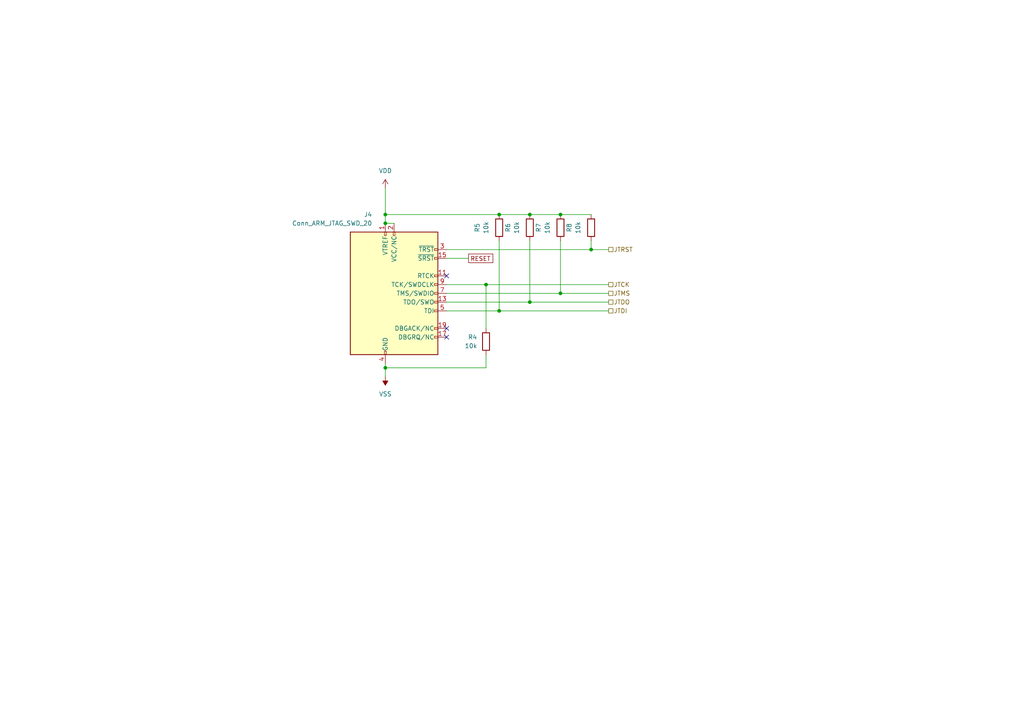
<source format=kicad_sch>
(kicad_sch (version 20211123) (generator eeschema)

  (uuid b1969181-c4df-4404-a53e-9aa389ca2f34)

  (paper "A4")

  (lib_symbols
    (symbol "Connector:Conn_ARM_JTAG_SWD_20" (pin_names (offset 1.016)) (in_bom yes) (on_board yes)
      (property "Reference" "J" (id 0) (at -5.08 21.59 0)
        (effects (font (size 1.27 1.27)) (justify right))
      )
      (property "Value" "Conn_ARM_JTAG_SWD_20" (id 1) (at -5.08 19.05 0)
        (effects (font (size 1.27 1.27)) (justify right bottom))
      )
      (property "Footprint" "" (id 2) (at 11.43 -26.67 0)
        (effects (font (size 1.27 1.27)) (justify left top) hide)
      )
      (property "Datasheet" "http://infocenter.arm.com/help/topic/com.arm.doc.dui0499b/DUI0499B_system_design_reference.pdf" (id 3) (at -8.89 -31.75 90)
        (effects (font (size 1.27 1.27)) hide)
      )
      (property "ki_keywords" "IDC20 Male Connector ARM JTAG SWD" (id 4) (at 0 0 0)
        (effects (font (size 1.27 1.27)) hide)
      )
      (property "ki_description" "Standard IDC20 Male Connector, ARM legacy JTAG and SWD interface" (id 5) (at 0 0 0)
        (effects (font (size 1.27 1.27)) hide)
      )
      (property "ki_fp_filters" "IDC*Header*P2.54mm* PinHeader*2x10*P2.54mm*" (id 6) (at 0 0 0)
        (effects (font (size 1.27 1.27)) hide)
      )
      (symbol "Conn_ARM_JTAG_SWD_20_0_1"
        (rectangle (start -12.7 17.78) (end 12.7 -17.78)
          (stroke (width 0.254) (type default) (color 0 0 0 0))
          (fill (type background))
        )
        (rectangle (start -2.794 -17.78) (end -2.286 -16.764)
          (stroke (width 0) (type default) (color 0 0 0 0))
          (fill (type none))
        )
        (rectangle (start -2.794 17.78) (end -2.286 16.764)
          (stroke (width 0) (type default) (color 0 0 0 0))
          (fill (type none))
        )
        (rectangle (start -0.254 17.78) (end 0.254 16.764)
          (stroke (width 0) (type default) (color 0 0 0 0))
          (fill (type none))
        )
        (rectangle (start 11.684 2.286) (end 12.7 2.794)
          (stroke (width 0) (type default) (color 0 0 0 0))
          (fill (type none))
        )
        (rectangle (start 12.7 -12.446) (end 11.684 -12.954)
          (stroke (width 0) (type default) (color 0 0 0 0))
          (fill (type none))
        )
        (rectangle (start 12.7 -9.906) (end 11.684 -10.414)
          (stroke (width 0) (type default) (color 0 0 0 0))
          (fill (type none))
        )
        (rectangle (start 12.7 -2.794) (end 11.684 -2.286)
          (stroke (width 0) (type default) (color 0 0 0 0))
          (fill (type none))
        )
        (rectangle (start 12.7 -0.254) (end 11.684 0.254)
          (stroke (width 0) (type default) (color 0 0 0 0))
          (fill (type none))
        )
        (rectangle (start 12.7 4.826) (end 11.684 5.334)
          (stroke (width 0) (type default) (color 0 0 0 0))
          (fill (type none))
        )
        (rectangle (start 12.7 10.414) (end 11.684 9.906)
          (stroke (width 0) (type default) (color 0 0 0 0))
          (fill (type none))
        )
        (rectangle (start 12.7 12.954) (end 11.684 12.446)
          (stroke (width 0) (type default) (color 0 0 0 0))
          (fill (type none))
        )
      )
      (symbol "Conn_ARM_JTAG_SWD_20_1_1"
        (rectangle (start 11.684 -5.334) (end 12.7 -4.826)
          (stroke (width 0) (type default) (color 0 0 0 0))
          (fill (type none))
        )
        (pin power_in line (at -2.54 20.32 270) (length 2.54)
          (name "VTREF" (effects (font (size 1.27 1.27))))
          (number "1" (effects (font (size 1.27 1.27))))
        )
        (pin passive line (at -2.54 -20.32 90) (length 2.54) hide
          (name "GND" (effects (font (size 1.27 1.27))))
          (number "10" (effects (font (size 1.27 1.27))))
        )
        (pin input line (at 15.24 5.08 180) (length 2.54)
          (name "RTCK" (effects (font (size 1.27 1.27))))
          (number "11" (effects (font (size 1.27 1.27))))
        )
        (pin passive line (at -2.54 -20.32 90) (length 2.54) hide
          (name "GND" (effects (font (size 1.27 1.27))))
          (number "12" (effects (font (size 1.27 1.27))))
        )
        (pin input line (at 15.24 -2.54 180) (length 2.54)
          (name "TDO/SWO" (effects (font (size 1.27 1.27))))
          (number "13" (effects (font (size 1.27 1.27))))
        )
        (pin passive line (at -2.54 -20.32 90) (length 2.54) hide
          (name "GND" (effects (font (size 1.27 1.27))))
          (number "14" (effects (font (size 1.27 1.27))))
        )
        (pin bidirectional line (at 15.24 10.16 180) (length 2.54)
          (name "~{SRST}" (effects (font (size 1.27 1.27))))
          (number "15" (effects (font (size 1.27 1.27))))
        )
        (pin passive line (at -2.54 -20.32 90) (length 2.54) hide
          (name "GND" (effects (font (size 1.27 1.27))))
          (number "16" (effects (font (size 1.27 1.27))))
        )
        (pin output line (at 15.24 -12.7 180) (length 2.54)
          (name "DBGRQ/NC" (effects (font (size 1.27 1.27))))
          (number "17" (effects (font (size 1.27 1.27))))
        )
        (pin passive line (at -2.54 -20.32 90) (length 2.54) hide
          (name "GND" (effects (font (size 1.27 1.27))))
          (number "18" (effects (font (size 1.27 1.27))))
        )
        (pin input line (at 15.24 -10.16 180) (length 2.54)
          (name "DBGACK/NC" (effects (font (size 1.27 1.27))))
          (number "19" (effects (font (size 1.27 1.27))))
        )
        (pin power_in line (at 0 20.32 270) (length 2.54)
          (name "VCC/NC" (effects (font (size 1.27 1.27))))
          (number "2" (effects (font (size 1.27 1.27))))
        )
        (pin passive line (at -2.54 -20.32 90) (length 2.54) hide
          (name "GND" (effects (font (size 1.27 1.27))))
          (number "20" (effects (font (size 1.27 1.27))))
        )
        (pin output line (at 15.24 12.7 180) (length 2.54)
          (name "~{TRST}" (effects (font (size 1.27 1.27))))
          (number "3" (effects (font (size 1.27 1.27))))
        )
        (pin power_in line (at -2.54 -20.32 90) (length 2.54)
          (name "GND" (effects (font (size 1.27 1.27))))
          (number "4" (effects (font (size 1.27 1.27))))
        )
        (pin output line (at 15.24 -5.08 180) (length 2.54)
          (name "TDI" (effects (font (size 1.27 1.27))))
          (number "5" (effects (font (size 1.27 1.27))))
        )
        (pin passive line (at -2.54 -20.32 90) (length 2.54) hide
          (name "GND" (effects (font (size 1.27 1.27))))
          (number "6" (effects (font (size 1.27 1.27))))
        )
        (pin output line (at 15.24 0 180) (length 2.54)
          (name "TMS/SWDIO" (effects (font (size 1.27 1.27))))
          (number "7" (effects (font (size 1.27 1.27))))
        )
        (pin passive line (at -2.54 -20.32 90) (length 2.54) hide
          (name "GND" (effects (font (size 1.27 1.27))))
          (number "8" (effects (font (size 1.27 1.27))))
        )
        (pin output line (at 15.24 2.54 180) (length 2.54)
          (name "TCK/SWDCLK" (effects (font (size 1.27 1.27))))
          (number "9" (effects (font (size 1.27 1.27))))
        )
      )
    )
    (symbol "Device:R" (pin_numbers hide) (pin_names (offset 0)) (in_bom yes) (on_board yes)
      (property "Reference" "R" (id 0) (at 2.032 0 90)
        (effects (font (size 1.27 1.27)))
      )
      (property "Value" "R" (id 1) (at 0 0 90)
        (effects (font (size 1.27 1.27)))
      )
      (property "Footprint" "" (id 2) (at -1.778 0 90)
        (effects (font (size 1.27 1.27)) hide)
      )
      (property "Datasheet" "~" (id 3) (at 0 0 0)
        (effects (font (size 1.27 1.27)) hide)
      )
      (property "ki_keywords" "R res resistor" (id 4) (at 0 0 0)
        (effects (font (size 1.27 1.27)) hide)
      )
      (property "ki_description" "Resistor" (id 5) (at 0 0 0)
        (effects (font (size 1.27 1.27)) hide)
      )
      (property "ki_fp_filters" "R_*" (id 6) (at 0 0 0)
        (effects (font (size 1.27 1.27)) hide)
      )
      (symbol "R_0_1"
        (rectangle (start -1.016 -2.54) (end 1.016 2.54)
          (stroke (width 0.254) (type default) (color 0 0 0 0))
          (fill (type none))
        )
      )
      (symbol "R_1_1"
        (pin passive line (at 0 3.81 270) (length 1.27)
          (name "~" (effects (font (size 1.27 1.27))))
          (number "1" (effects (font (size 1.27 1.27))))
        )
        (pin passive line (at 0 -3.81 90) (length 1.27)
          (name "~" (effects (font (size 1.27 1.27))))
          (number "2" (effects (font (size 1.27 1.27))))
        )
      )
    )
    (symbol "power:VDD" (power) (pin_names (offset 0)) (in_bom yes) (on_board yes)
      (property "Reference" "#PWR" (id 0) (at 0 -3.81 0)
        (effects (font (size 1.27 1.27)) hide)
      )
      (property "Value" "VDD" (id 1) (at 0 3.81 0)
        (effects (font (size 1.27 1.27)))
      )
      (property "Footprint" "" (id 2) (at 0 0 0)
        (effects (font (size 1.27 1.27)) hide)
      )
      (property "Datasheet" "" (id 3) (at 0 0 0)
        (effects (font (size 1.27 1.27)) hide)
      )
      (property "ki_keywords" "power-flag" (id 4) (at 0 0 0)
        (effects (font (size 1.27 1.27)) hide)
      )
      (property "ki_description" "Power symbol creates a global label with name \"VDD\"" (id 5) (at 0 0 0)
        (effects (font (size 1.27 1.27)) hide)
      )
      (symbol "VDD_0_1"
        (polyline
          (pts
            (xy -0.762 1.27)
            (xy 0 2.54)
          )
          (stroke (width 0) (type default) (color 0 0 0 0))
          (fill (type none))
        )
        (polyline
          (pts
            (xy 0 0)
            (xy 0 2.54)
          )
          (stroke (width 0) (type default) (color 0 0 0 0))
          (fill (type none))
        )
        (polyline
          (pts
            (xy 0 2.54)
            (xy 0.762 1.27)
          )
          (stroke (width 0) (type default) (color 0 0 0 0))
          (fill (type none))
        )
      )
      (symbol "VDD_1_1"
        (pin power_in line (at 0 0 90) (length 0) hide
          (name "VDD" (effects (font (size 1.27 1.27))))
          (number "1" (effects (font (size 1.27 1.27))))
        )
      )
    )
    (symbol "power:VSS" (power) (pin_names (offset 0)) (in_bom yes) (on_board yes)
      (property "Reference" "#PWR" (id 0) (at 0 -3.81 0)
        (effects (font (size 1.27 1.27)) hide)
      )
      (property "Value" "VSS" (id 1) (at 0 3.81 0)
        (effects (font (size 1.27 1.27)))
      )
      (property "Footprint" "" (id 2) (at 0 0 0)
        (effects (font (size 1.27 1.27)) hide)
      )
      (property "Datasheet" "" (id 3) (at 0 0 0)
        (effects (font (size 1.27 1.27)) hide)
      )
      (property "ki_keywords" "power-flag" (id 4) (at 0 0 0)
        (effects (font (size 1.27 1.27)) hide)
      )
      (property "ki_description" "Power symbol creates a global label with name \"VSS\"" (id 5) (at 0 0 0)
        (effects (font (size 1.27 1.27)) hide)
      )
      (symbol "VSS_0_1"
        (polyline
          (pts
            (xy 0 0)
            (xy 0 2.54)
          )
          (stroke (width 0) (type default) (color 0 0 0 0))
          (fill (type none))
        )
        (polyline
          (pts
            (xy 0.762 1.27)
            (xy -0.762 1.27)
            (xy 0 2.54)
            (xy 0.762 1.27)
          )
          (stroke (width 0) (type default) (color 0 0 0 0))
          (fill (type outline))
        )
      )
      (symbol "VSS_1_1"
        (pin power_in line (at 0 0 90) (length 0) hide
          (name "VSS" (effects (font (size 1.27 1.27))))
          (number "1" (effects (font (size 1.27 1.27))))
        )
      )
    )
  )

  (junction (at 171.45 72.39) (diameter 0) (color 0 0 0 0)
    (uuid 023c98d9-4814-496a-9ee0-2355e179fca4)
  )
  (junction (at 144.78 90.17) (diameter 0) (color 0 0 0 0)
    (uuid 02e89521-bcad-41f6-8d4d-a5c8b5ac1219)
  )
  (junction (at 153.67 87.63) (diameter 0) (color 0 0 0 0)
    (uuid 1f74f02e-4a0b-4cba-9883-61b8223dbc0e)
  )
  (junction (at 111.76 62.23) (diameter 0) (color 0 0 0 0)
    (uuid 1fd175b4-c755-4074-86ad-52e8ae17a88b)
  )
  (junction (at 153.67 62.23) (diameter 0) (color 0 0 0 0)
    (uuid 3505177d-d219-46a5-97a2-2724444f8664)
  )
  (junction (at 162.56 62.23) (diameter 0) (color 0 0 0 0)
    (uuid 5f25dd4f-2fa3-4cd8-91bb-2cc8f2cbafd7)
  )
  (junction (at 144.78 62.23) (diameter 0) (color 0 0 0 0)
    (uuid a5689429-fa38-4778-93b6-65b22cf1c87b)
  )
  (junction (at 111.76 64.77) (diameter 0) (color 0 0 0 0)
    (uuid d84a7792-220a-45b6-ad17-c281bcd01352)
  )
  (junction (at 111.76 106.68) (diameter 0) (color 0 0 0 0)
    (uuid d9b9aa97-dc59-410c-92ec-4cf3d06152cb)
  )
  (junction (at 162.56 85.09) (diameter 0) (color 0 0 0 0)
    (uuid e4ed188f-c4a5-418e-8583-0ef6f3fe5db8)
  )
  (junction (at 140.97 82.55) (diameter 0) (color 0 0 0 0)
    (uuid e5925b50-f31e-4dbb-8221-2315d57211cc)
  )

  (no_connect (at 129.54 95.25) (uuid 2101fed0-e379-480e-9c70-ecf67c8d9cec))
  (no_connect (at 129.54 80.01) (uuid 227f7b22-cd65-47c2-948d-dd411ec352fc))
  (no_connect (at 129.54 97.79) (uuid 568f4efd-7029-4563-ad44-42ad9d3fd13a))

  (wire (pts (xy 140.97 106.68) (xy 111.76 106.68))
    (stroke (width 0) (type default) (color 0 0 0 0))
    (uuid 0f74a568-d05c-4884-b096-adc7d37ecda6)
  )
  (wire (pts (xy 111.76 105.41) (xy 111.76 106.68))
    (stroke (width 0) (type default) (color 0 0 0 0))
    (uuid 2833d92f-173b-4c25-ae55-66da021fede8)
  )
  (wire (pts (xy 153.67 87.63) (xy 176.53 87.63))
    (stroke (width 0) (type default) (color 0 0 0 0))
    (uuid 29d68506-6190-4e3e-8612-d49848dd9dcc)
  )
  (wire (pts (xy 111.76 64.77) (xy 114.3 64.77))
    (stroke (width 0) (type default) (color 0 0 0 0))
    (uuid 2c635af7-0fda-4f19-97ae-1751ddd8b45d)
  )
  (wire (pts (xy 129.54 82.55) (xy 140.97 82.55))
    (stroke (width 0) (type default) (color 0 0 0 0))
    (uuid 3459ecec-4f4e-491e-971e-8d4927ce6dfb)
  )
  (wire (pts (xy 171.45 72.39) (xy 176.53 72.39))
    (stroke (width 0) (type default) (color 0 0 0 0))
    (uuid 3bfbc1e7-7296-466b-8170-846edc9c229b)
  )
  (wire (pts (xy 144.78 69.85) (xy 144.78 90.17))
    (stroke (width 0) (type default) (color 0 0 0 0))
    (uuid 418db7bf-d4b7-42f5-8004-b935ffecef61)
  )
  (wire (pts (xy 162.56 69.85) (xy 162.56 85.09))
    (stroke (width 0) (type default) (color 0 0 0 0))
    (uuid 4d017c39-7119-40e6-8181-6932085bbc92)
  )
  (wire (pts (xy 111.76 106.68) (xy 111.76 109.22))
    (stroke (width 0) (type default) (color 0 0 0 0))
    (uuid 724f2ee4-d7bb-49b4-a87d-ca3ff1532e4c)
  )
  (wire (pts (xy 162.56 62.23) (xy 153.67 62.23))
    (stroke (width 0) (type default) (color 0 0 0 0))
    (uuid 7842a364-853a-4bf7-b233-e9b47ff7f351)
  )
  (wire (pts (xy 111.76 54.61) (xy 111.76 62.23))
    (stroke (width 0) (type default) (color 0 0 0 0))
    (uuid 7e134a32-9d1d-4a1a-877b-2fcf894be171)
  )
  (wire (pts (xy 162.56 85.09) (xy 176.53 85.09))
    (stroke (width 0) (type default) (color 0 0 0 0))
    (uuid 7f2ad6bb-8bb1-4d31-83c1-2cc893b79fc2)
  )
  (wire (pts (xy 140.97 82.55) (xy 140.97 95.25))
    (stroke (width 0) (type default) (color 0 0 0 0))
    (uuid 9148e352-5911-4bac-b22d-54d8d31fea38)
  )
  (wire (pts (xy 129.54 72.39) (xy 171.45 72.39))
    (stroke (width 0) (type default) (color 0 0 0 0))
    (uuid 9399c4ce-a0a0-46a6-8614-972e8149154e)
  )
  (wire (pts (xy 144.78 62.23) (xy 111.76 62.23))
    (stroke (width 0) (type default) (color 0 0 0 0))
    (uuid 9f260d9d-6baf-4314-b983-6c46075b96fd)
  )
  (wire (pts (xy 171.45 62.23) (xy 162.56 62.23))
    (stroke (width 0) (type default) (color 0 0 0 0))
    (uuid a133353b-ba53-4920-8aed-d2c3149e8389)
  )
  (wire (pts (xy 129.54 87.63) (xy 153.67 87.63))
    (stroke (width 0) (type default) (color 0 0 0 0))
    (uuid a2eabe55-50d3-4ae6-b7c5-0c13b35fe9e3)
  )
  (wire (pts (xy 153.67 62.23) (xy 144.78 62.23))
    (stroke (width 0) (type default) (color 0 0 0 0))
    (uuid bc262f17-1440-4caf-ae44-f9bda8422c9a)
  )
  (wire (pts (xy 140.97 82.55) (xy 176.53 82.55))
    (stroke (width 0) (type default) (color 0 0 0 0))
    (uuid c327adf7-520a-43c3-a11f-00837b039d56)
  )
  (wire (pts (xy 140.97 102.87) (xy 140.97 106.68))
    (stroke (width 0) (type default) (color 0 0 0 0))
    (uuid cc1b56c3-7fba-4a52-afda-11767e3cad2e)
  )
  (wire (pts (xy 171.45 69.85) (xy 171.45 72.39))
    (stroke (width 0) (type default) (color 0 0 0 0))
    (uuid ce32a0ac-6073-47ff-a458-6302355bf2ca)
  )
  (wire (pts (xy 129.54 74.93) (xy 135.89 74.93))
    (stroke (width 0) (type default) (color 0 0 0 0))
    (uuid d285d2e6-e5c6-4b08-aa3e-c4f4953a949a)
  )
  (wire (pts (xy 129.54 90.17) (xy 144.78 90.17))
    (stroke (width 0) (type default) (color 0 0 0 0))
    (uuid d6311a94-2ec4-4b32-9852-b1766dd3396a)
  )
  (wire (pts (xy 153.67 69.85) (xy 153.67 87.63))
    (stroke (width 0) (type default) (color 0 0 0 0))
    (uuid e12c2dd1-ae9c-4b64-836c-1727621a9df9)
  )
  (wire (pts (xy 111.76 62.23) (xy 111.76 64.77))
    (stroke (width 0) (type default) (color 0 0 0 0))
    (uuid eb24391f-4f7d-4c4e-bacb-16dfd5c0c603)
  )
  (wire (pts (xy 129.54 85.09) (xy 162.56 85.09))
    (stroke (width 0) (type default) (color 0 0 0 0))
    (uuid f0f7105c-db0b-4267-843b-25dec6d1c8f7)
  )
  (wire (pts (xy 144.78 90.17) (xy 176.53 90.17))
    (stroke (width 0) (type default) (color 0 0 0 0))
    (uuid fac027e7-5ff6-4cc3-902b-b9d38bf115df)
  )

  (global_label "RESET" (shape passive) (at 135.89 74.93 0) (fields_autoplaced)
    (effects (font (size 1.27 1.27)) (justify left))
    (uuid 55b1316a-ab04-4abd-8fbd-0189838e84b1)
    (property "Intersheet References" "${INTERSHEET_REFS}" (id 0) (at 144.0483 74.8506 0)
      (effects (font (size 1.27 1.27)) (justify left) hide)
    )
  )

  (hierarchical_label "JTDI" (shape passive) (at 176.53 90.17 0)
    (effects (font (size 1.27 1.27)) (justify left))
    (uuid 0e0705f6-f73d-4ae5-b99c-a76d2a3457f5)
  )
  (hierarchical_label "JTDO" (shape passive) (at 176.53 87.63 0)
    (effects (font (size 1.27 1.27)) (justify left))
    (uuid 281cf2b4-9392-475c-a505-f97684805d2f)
  )
  (hierarchical_label "JTMS" (shape passive) (at 176.53 85.09 0)
    (effects (font (size 1.27 1.27)) (justify left))
    (uuid 61ef7206-bdd8-44f6-8bd0-31c5f6d92dd7)
  )
  (hierarchical_label "JTRST" (shape passive) (at 176.53 72.39 0)
    (effects (font (size 1.27 1.27)) (justify left))
    (uuid ab21ab3a-1e4b-4438-95b7-3aa97784c0ad)
  )
  (hierarchical_label "JTCK" (shape passive) (at 176.53 82.55 0)
    (effects (font (size 1.27 1.27)) (justify left))
    (uuid d2a9b9f7-6388-4866-9fb7-d8bb9bbbb636)
  )

  (symbol (lib_id "Device:R") (at 162.56 66.04 180) (unit 1)
    (in_bom yes) (on_board yes)
    (uuid 054dc72c-8ebe-4dec-97b6-68c7fc50a0be)
    (property "Reference" "R7" (id 0) (at 156.21 66.04 90))
    (property "Value" "10k" (id 1) (at 158.75 66.04 90))
    (property "Footprint" "Resistor_SMD:R_0603_1608Metric_Pad0.98x0.95mm_HandSolder" (id 2) (at 164.338 66.04 90)
      (effects (font (size 1.27 1.27)) hide)
    )
    (property "Datasheet" "~" (id 3) (at 162.56 66.04 0)
      (effects (font (size 1.27 1.27)) hide)
    )
    (pin "1" (uuid e4d7ee3c-d4ab-489f-9323-0aa679bc6090))
    (pin "2" (uuid 875755af-57f1-401c-82a4-78a642ae01ac))
  )

  (symbol (lib_id "Device:R") (at 144.78 66.04 0) (mirror x) (unit 1)
    (in_bom yes) (on_board yes) (fields_autoplaced)
    (uuid 1c4ea676-2b31-429e-900e-af918aecbf3d)
    (property "Reference" "R5" (id 0) (at 138.43 66.04 90))
    (property "Value" "10k" (id 1) (at 140.97 66.04 90))
    (property "Footprint" "Resistor_SMD:R_0603_1608Metric_Pad0.98x0.95mm_HandSolder" (id 2) (at 143.002 66.04 90)
      (effects (font (size 1.27 1.27)) hide)
    )
    (property "Datasheet" "~" (id 3) (at 144.78 66.04 0)
      (effects (font (size 1.27 1.27)) hide)
    )
    (pin "1" (uuid e7e215a9-13e8-413f-b01f-800746e18605))
    (pin "2" (uuid 37052a13-eaf2-4104-b6b8-4a3dcef2c2e1))
  )

  (symbol (lib_id "Device:R") (at 153.67 66.04 0) (mirror x) (unit 1)
    (in_bom yes) (on_board yes) (fields_autoplaced)
    (uuid 1f14ecbd-a536-4a12-b581-20dec1aaca1e)
    (property "Reference" "R6" (id 0) (at 147.32 66.04 90))
    (property "Value" "10k" (id 1) (at 149.86 66.04 90))
    (property "Footprint" "Resistor_SMD:R_0603_1608Metric_Pad0.98x0.95mm_HandSolder" (id 2) (at 151.892 66.04 90)
      (effects (font (size 1.27 1.27)) hide)
    )
    (property "Datasheet" "~" (id 3) (at 153.67 66.04 0)
      (effects (font (size 1.27 1.27)) hide)
    )
    (pin "1" (uuid ba6c62a3-e55f-4827-8700-78a474fa0256))
    (pin "2" (uuid ed80dbe8-b6d9-43cd-85cd-863b17143947))
  )

  (symbol (lib_id "power:VSS") (at 111.76 109.22 0) (mirror x) (unit 1)
    (in_bom yes) (on_board yes) (fields_autoplaced)
    (uuid 546b2b3a-0f3a-4a16-946c-980d2b6e11a1)
    (property "Reference" "#PWR015" (id 0) (at 111.76 105.41 0)
      (effects (font (size 1.27 1.27)) hide)
    )
    (property "Value" "VSS" (id 1) (at 111.76 114.3 0))
    (property "Footprint" "" (id 2) (at 111.76 109.22 0)
      (effects (font (size 1.27 1.27)) hide)
    )
    (property "Datasheet" "" (id 3) (at 111.76 109.22 0)
      (effects (font (size 1.27 1.27)) hide)
    )
    (pin "1" (uuid 3644f2e6-a342-4519-ac5c-ec06b8c16510))
  )

  (symbol (lib_id "Device:R") (at 171.45 66.04 0) (mirror x) (unit 1)
    (in_bom yes) (on_board yes) (fields_autoplaced)
    (uuid a3c8595f-f3ba-4cff-a3ed-eba4efc1140a)
    (property "Reference" "R8" (id 0) (at 165.1 66.04 90))
    (property "Value" "10k" (id 1) (at 167.64 66.04 90))
    (property "Footprint" "Resistor_SMD:R_0603_1608Metric_Pad0.98x0.95mm_HandSolder" (id 2) (at 169.672 66.04 90)
      (effects (font (size 1.27 1.27)) hide)
    )
    (property "Datasheet" "~" (id 3) (at 171.45 66.04 0)
      (effects (font (size 1.27 1.27)) hide)
    )
    (pin "1" (uuid fe5a939d-b947-4338-ad16-b68567738cdf))
    (pin "2" (uuid c20d8601-acc7-4ca0-9d98-40ff1e80afda))
  )

  (symbol (lib_id "Device:R") (at 140.97 99.06 0) (mirror x) (unit 1)
    (in_bom yes) (on_board yes) (fields_autoplaced)
    (uuid aa14c454-e016-4450-b9fe-71914d06b5bd)
    (property "Reference" "R4" (id 0) (at 138.43 97.7899 0)
      (effects (font (size 1.27 1.27)) (justify right))
    )
    (property "Value" "10k" (id 1) (at 138.43 100.3299 0)
      (effects (font (size 1.27 1.27)) (justify right))
    )
    (property "Footprint" "Resistor_SMD:R_0603_1608Metric_Pad0.98x0.95mm_HandSolder" (id 2) (at 139.192 99.06 90)
      (effects (font (size 1.27 1.27)) hide)
    )
    (property "Datasheet" "~" (id 3) (at 140.97 99.06 0)
      (effects (font (size 1.27 1.27)) hide)
    )
    (pin "1" (uuid ae59345a-c89f-4828-84bc-62bbc658f35d))
    (pin "2" (uuid f942f0a3-a20a-4d44-bc20-c4bed68c23c3))
  )

  (symbol (lib_id "power:VDD") (at 111.76 54.61 0) (unit 1)
    (in_bom yes) (on_board yes) (fields_autoplaced)
    (uuid b7d418da-fb17-49cd-8ad7-e3f2ff654c1e)
    (property "Reference" "#PWR014" (id 0) (at 111.76 58.42 0)
      (effects (font (size 1.27 1.27)) hide)
    )
    (property "Value" "VDD" (id 1) (at 111.76 49.53 0))
    (property "Footprint" "" (id 2) (at 111.76 54.61 0)
      (effects (font (size 1.27 1.27)) hide)
    )
    (property "Datasheet" "" (id 3) (at 111.76 54.61 0)
      (effects (font (size 1.27 1.27)) hide)
    )
    (pin "1" (uuid dbdb9c54-c6fc-470e-9631-030f193b30fe))
  )

  (symbol (lib_id "Connector:Conn_ARM_JTAG_SWD_20") (at 114.3 85.09 0) (unit 1)
    (in_bom yes) (on_board yes)
    (uuid feef7983-df23-431c-acd2-3c6eae3cd30e)
    (property "Reference" "J4" (id 0) (at 107.95 62.23 0)
      (effects (font (size 1.27 1.27)) (justify right))
    )
    (property "Value" "Conn_ARM_JTAG_SWD_20" (id 1) (at 107.95 64.77 0)
      (effects (font (size 1.27 1.27)) (justify right))
    )
    (property "Footprint" "Connector_IDC:IDC-Header_2x10_P2.54mm_Vertical" (id 2) (at 125.73 111.76 0)
      (effects (font (size 1.27 1.27)) (justify left top) hide)
    )
    (property "Datasheet" "http://infocenter.arm.com/help/topic/com.arm.doc.dui0499b/DUI0499B_system_design_reference.pdf" (id 3) (at 105.41 116.84 90)
      (effects (font (size 1.27 1.27)) hide)
    )
    (pin "1" (uuid 999229f4-194e-4e58-ae6f-0dc43ad9fac1))
    (pin "10" (uuid 510b6b40-20be-4e52-8553-77d08ad394dd))
    (pin "11" (uuid a0a99c88-5717-4776-8ee9-fa0e9ef9e535))
    (pin "12" (uuid 3a955f37-89fe-44ae-90a4-f82de9e89c3f))
    (pin "13" (uuid 4f4a8c29-b8da-4e60-af56-d0be7cdea50d))
    (pin "14" (uuid 2fe41a80-ed9b-4d8d-8fac-f9059bf36a2c))
    (pin "15" (uuid 35adeed1-3517-42dc-ba9c-affee75f9b26))
    (pin "16" (uuid 6eece760-61e5-4218-96e9-27d88e5e80b1))
    (pin "17" (uuid af517130-c52c-4f7c-be96-85222ce79326))
    (pin "18" (uuid f43f80c4-3b8b-4bdc-a1fc-fc0d14e9e995))
    (pin "19" (uuid 27351419-065f-4935-8c19-be84df31ed56))
    (pin "2" (uuid 2f3b3b70-6291-4f92-959b-758b514c003f))
    (pin "20" (uuid 811681a0-794b-48c9-ab47-c3e4b8c1bf8b))
    (pin "3" (uuid 523deed4-461c-4124-964d-163022f7119d))
    (pin "4" (uuid 5da350c7-292f-410b-8cbd-adf3c1303df4))
    (pin "5" (uuid b9e9726a-60ea-4507-8d2c-6e99ea36c5a3))
    (pin "6" (uuid 59db4954-00d7-432a-95bb-b2a4efdafe81))
    (pin "7" (uuid 0c22c036-b554-4f99-9db5-c2443b895b65))
    (pin "8" (uuid c42368d3-ad0f-4290-b543-fd09b308eff7))
    (pin "9" (uuid 7dd9a48e-f6f1-4440-9481-dae0befd2e26))
  )
)

</source>
